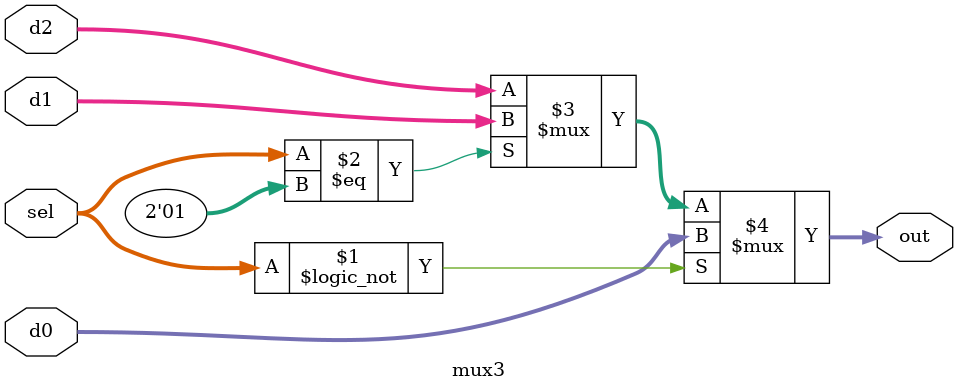
<source format=v>
`timescale 1ns / 1ps
module mux3 #(parameter WIDTH = 8)(
	input [WIDTH - 1:0] d0,
    input [WIDTH - 1:0] d1,
    input [WIDTH - 1:0] d2,
    input [1:0] sel,
    output [WIDTH - 1:0] out
    );
	 
	assign  out = sel == 2'b00 ? d0 : sel == 2'b01 ?  d1 : d2;

endmodule


</source>
